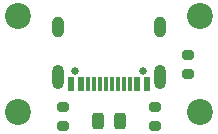
<source format=gbr>
%TF.GenerationSoftware,KiCad,Pcbnew,7.0.5-0*%
%TF.CreationDate,2023-08-27T12:40:47-07:00*%
%TF.ProjectId,MiSTerLaggy,4d695354-6572-44c6-9167-67792e6b6963,rev?*%
%TF.SameCoordinates,Original*%
%TF.FileFunction,Soldermask,Top*%
%TF.FilePolarity,Negative*%
%FSLAX46Y46*%
G04 Gerber Fmt 4.6, Leading zero omitted, Abs format (unit mm)*
G04 Created by KiCad (PCBNEW 7.0.5-0) date 2023-08-27 12:40:47*
%MOMM*%
%LPD*%
G01*
G04 APERTURE LIST*
G04 Aperture macros list*
%AMRoundRect*
0 Rectangle with rounded corners*
0 $1 Rounding radius*
0 $2 $3 $4 $5 $6 $7 $8 $9 X,Y pos of 4 corners*
0 Add a 4 corners polygon primitive as box body*
4,1,4,$2,$3,$4,$5,$6,$7,$8,$9,$2,$3,0*
0 Add four circle primitives for the rounded corners*
1,1,$1+$1,$2,$3*
1,1,$1+$1,$4,$5*
1,1,$1+$1,$6,$7*
1,1,$1+$1,$8,$9*
0 Add four rect primitives between the rounded corners*
20,1,$1+$1,$2,$3,$4,$5,0*
20,1,$1+$1,$4,$5,$6,$7,0*
20,1,$1+$1,$6,$7,$8,$9,0*
20,1,$1+$1,$8,$9,$2,$3,0*%
G04 Aperture macros list end*
%ADD10C,0.650000*%
%ADD11R,0.600000X1.240000*%
%ADD12R,0.300000X1.240000*%
%ADD13O,1.000000X2.100000*%
%ADD14O,1.000000X1.800000*%
%ADD15RoundRect,0.200000X0.275000X-0.200000X0.275000X0.200000X-0.275000X0.200000X-0.275000X-0.200000X0*%
%ADD16RoundRect,0.243750X0.243750X0.456250X-0.243750X0.456250X-0.243750X-0.456250X0.243750X-0.456250X0*%
%ADD17C,2.200000*%
G04 APERTURE END LIST*
D10*
%TO.C,J1*%
X130570000Y-73930000D03*
X124790000Y-73930000D03*
D11*
X130880000Y-75050000D03*
X130080000Y-75050000D03*
D12*
X128930000Y-75050000D03*
X127930000Y-75050000D03*
X127430000Y-75050000D03*
X126430000Y-75050000D03*
D11*
X125280000Y-75050000D03*
X124480000Y-75050000D03*
X124480000Y-75050000D03*
X125280000Y-75050000D03*
D12*
X125930000Y-75050000D03*
X126930000Y-75050000D03*
X128430000Y-75050000D03*
X129430000Y-75050000D03*
D11*
X130080000Y-75050000D03*
X130880000Y-75050000D03*
D13*
X132000000Y-74450000D03*
D14*
X132000000Y-70250000D03*
D13*
X123360000Y-74450000D03*
D14*
X123360000Y-70250000D03*
%TD*%
D15*
%TO.C,R3*%
X123800000Y-78625000D03*
X123800000Y-76975000D03*
%TD*%
D16*
%TO.C,Q1*%
X128637500Y-78200000D03*
X126762500Y-78200000D03*
%TD*%
D17*
%TO.C,H2*%
X135400000Y-69300000D03*
%TD*%
%TO.C,H1*%
X120000000Y-69300000D03*
%TD*%
%TO.C,H3*%
X120000000Y-77400000D03*
%TD*%
%TO.C,H4*%
X135400000Y-77400000D03*
%TD*%
D15*
%TO.C,R2*%
X131600000Y-78625000D03*
X131600000Y-76975000D03*
%TD*%
%TO.C,R1*%
X134400000Y-74225000D03*
X134400000Y-72575000D03*
%TD*%
M02*

</source>
